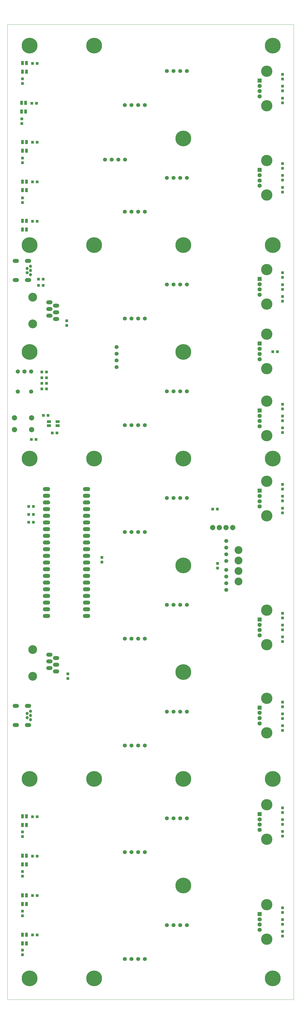
<source format=gbr>
%FSLAX33Y33*%
%MOMM*%
G04 EasyPC Gerber Version 16.0.6 Build 3249 *
%ADD22O,2.40000X1.50000*%
%ADD150O,2.80000X1.50000*%
%ADD15R,1.00000X1.10000*%
%ADD153R,1.00000X1.60000*%
%ADD16R,1.60000X1.60000*%
%ADD73C,0.12000*%
%ADD21C,1.20000*%
%ADD13C,1.50000*%
%ADD17C,1.60000*%
%ADD151C,2.00000*%
%ADD19C,3.00000*%
%ADD152C,3.35000*%
%ADD14R,1.10000X1.00000*%
%ADD154R,1.60000X1.00000*%
%ADD18C,4.30000*%
%ADD24C,6.00000*%
X0Y0D02*
D02*
D13*
X62140Y339400D03*
X64680D03*
X66600Y260490D03*
Y263030D03*
Y265570D03*
Y268110D03*
X67220Y339400D03*
X69690Y35400D03*
Y76000D03*
Y116600D03*
Y157200D03*
Y197800D03*
Y238400D03*
Y279000D03*
Y319600D03*
Y360200D03*
X69760Y339400D03*
X72230Y35400D03*
Y76000D03*
Y116600D03*
Y157200D03*
Y197800D03*
Y238400D03*
Y279000D03*
Y319600D03*
Y360200D03*
X74770Y35400D03*
Y76000D03*
Y116600D03*
Y157200D03*
Y197800D03*
Y238400D03*
Y279000D03*
Y319600D03*
Y360200D03*
X77310Y35400D03*
Y76000D03*
Y116600D03*
Y157200D03*
Y197800D03*
Y238400D03*
Y279000D03*
Y319600D03*
Y360200D03*
X85690Y48300D03*
Y88900D03*
Y129500D03*
Y170100D03*
Y210700D03*
Y251300D03*
Y291900D03*
Y332500D03*
Y373100D03*
X88230Y48300D03*
Y88900D03*
Y129500D03*
Y170100D03*
Y210700D03*
Y251300D03*
Y291900D03*
Y332500D03*
Y373100D03*
X90770Y48300D03*
Y88900D03*
Y129500D03*
Y170100D03*
Y210700D03*
Y251300D03*
Y291900D03*
Y332500D03*
Y373100D03*
X93310Y48300D03*
Y88900D03*
Y129500D03*
Y170100D03*
Y210700D03*
Y251300D03*
Y291900D03*
Y332500D03*
Y373100D03*
X108300Y186790D03*
Y189330D03*
Y191870D03*
Y194410D03*
X108350Y175790D03*
Y178330D03*
Y180870D03*
Y183410D03*
D02*
D14*
X33111Y201500D03*
Y204500D03*
Y207500D03*
X34111Y233000D03*
X34311Y360875D03*
X34611Y44500D03*
Y59500D03*
Y74500D03*
Y89500D03*
Y316000D03*
Y331000D03*
Y346000D03*
Y376000D03*
X34889Y201500D03*
Y204500D03*
Y207500D03*
X35889Y233000D03*
X36089Y360875D03*
X36389Y44500D03*
Y59500D03*
Y74500D03*
Y89500D03*
Y316000D03*
Y331000D03*
Y346000D03*
Y376000D03*
X36861Y291625D03*
Y294000D03*
X38161Y252250D03*
Y254375D03*
Y256500D03*
Y258625D03*
X38639Y291625D03*
Y294000D03*
X38736Y242125D03*
X39939Y252250D03*
Y254375D03*
Y256500D03*
Y258625D03*
X40514Y242125D03*
X42111Y235500D03*
X43889D03*
X103111Y206500D03*
X104889D03*
X125986Y266375D03*
X127764D03*
D02*
D15*
X30500Y353111D03*
Y354889D03*
X30750Y36986D03*
Y38764D03*
Y51861D03*
Y53639D03*
Y66861D03*
Y68639D03*
Y81986D03*
Y83764D03*
Y323111D03*
Y324889D03*
Y338236D03*
Y340014D03*
Y368361D03*
Y370139D03*
X47625Y276361D03*
Y278139D03*
X48000Y142111D03*
Y143889D03*
X61000Y186361D03*
Y188139D03*
X105000Y184111D03*
Y185889D03*
X129750Y44111D03*
Y45889D03*
Y48611D03*
Y50389D03*
Y53111D03*
Y54889D03*
Y82111D03*
Y83889D03*
Y86611D03*
Y88389D03*
Y91111D03*
Y92889D03*
Y122361D03*
Y124139D03*
Y126861D03*
Y128639D03*
Y131361D03*
Y133139D03*
Y156111D03*
Y157889D03*
Y160611D03*
Y162389D03*
Y165111D03*
Y166889D03*
Y205111D03*
Y206889D03*
Y209611D03*
Y211389D03*
Y214111D03*
Y215889D03*
Y235611D03*
Y237389D03*
Y240111D03*
Y241889D03*
Y244611D03*
Y246389D03*
Y285611D03*
Y287389D03*
Y290111D03*
Y291889D03*
Y294611D03*
Y296389D03*
Y327111D03*
Y328889D03*
Y331611D03*
Y333389D03*
Y336111D03*
Y337889D03*
Y361061D03*
Y362839D03*
Y365561D03*
Y367339D03*
Y370061D03*
Y371839D03*
D02*
D16*
X121032Y52500D03*
Y90500D03*
Y131000D03*
Y164500D03*
Y213500D03*
Y244000D03*
Y269500D03*
Y294050D03*
Y335500D03*
Y369500D03*
D02*
D17*
X28960Y251190D03*
Y258810D03*
X31500D03*
X34040Y251190D03*
Y258810D03*
X121032Y46500D03*
Y48500D03*
Y50500D03*
Y84500D03*
Y86500D03*
Y88500D03*
Y125000D03*
Y127000D03*
Y129000D03*
Y158500D03*
Y160500D03*
Y162500D03*
Y207500D03*
Y209500D03*
Y211500D03*
Y238000D03*
Y240000D03*
Y242000D03*
Y263500D03*
Y265500D03*
Y267500D03*
Y288050D03*
Y290050D03*
Y292050D03*
Y329500D03*
Y331500D03*
Y333500D03*
Y363500D03*
Y365500D03*
Y367500D03*
D02*
D18*
X123724Y42934D03*
Y56066D03*
Y80934D03*
Y94066D03*
Y121434D03*
Y134566D03*
Y154934D03*
Y168066D03*
Y203934D03*
Y217066D03*
Y234434D03*
Y247566D03*
Y259934D03*
Y273066D03*
Y284484D03*
Y297616D03*
Y325934D03*
Y339066D03*
Y359934D03*
Y373066D03*
D02*
D19*
X113000Y179010D03*
Y182970D03*
Y186930D03*
Y190890D03*
D02*
D21*
X32575Y127200D03*
Y128800D03*
Y296450D03*
Y298050D03*
X33775Y126400D03*
Y128000D03*
Y129600D03*
Y295650D03*
Y297250D03*
Y298850D03*
D02*
D22*
X28225Y124350D03*
Y131650D03*
Y293600D03*
Y300900D03*
X32875Y124350D03*
Y131650D03*
Y293600D03*
Y300900D03*
X41000Y146095D03*
Y148635D03*
Y151175D03*
Y280095D03*
Y282635D03*
Y285175D03*
X43540Y144825D03*
Y147365D03*
Y149905D03*
Y278825D03*
Y281365D03*
Y283905D03*
D02*
D24*
X33500Y28000D03*
Y103900D03*
Y225700D03*
Y266300D03*
Y306900D03*
Y382800D03*
X58000Y28000D03*
Y103900D03*
Y225700D03*
Y306900D03*
Y382800D03*
X92000Y63300D03*
Y103900D03*
Y144500D03*
Y185100D03*
Y225700D03*
Y266300D03*
Y306900D03*
Y347500D03*
X126000Y28000D03*
Y103900D03*
Y225700D03*
Y306900D03*
Y382800D03*
D02*
D73*
X25000Y20008D02*
X134000D01*
Y390808*
X25000*
Y20008*
D02*
D150*
X39880Y165870D03*
Y168410D03*
Y170950D03*
Y173490D03*
Y176030D03*
Y178570D03*
Y181110D03*
Y183650D03*
Y186190D03*
Y188730D03*
Y191270D03*
Y193810D03*
Y196350D03*
Y198890D03*
Y201430D03*
Y203970D03*
Y206510D03*
Y209050D03*
Y211590D03*
Y214130D03*
X55120Y165870D03*
Y168410D03*
Y170950D03*
Y173490D03*
Y176030D03*
Y178570D03*
Y181110D03*
Y183650D03*
Y186190D03*
Y188730D03*
Y191270D03*
Y193810D03*
Y196350D03*
Y198890D03*
Y201430D03*
Y203970D03*
Y206510D03*
Y209050D03*
Y211590D03*
Y214130D03*
D02*
D151*
X27750Y236750D03*
Y241250D03*
X34250Y236750D03*
Y241250D03*
X103190Y199500D03*
X105730D03*
X108270D03*
X110810D03*
D02*
D152*
X34650Y142920D03*
Y153080D03*
Y276920D03*
Y287080D03*
D02*
D153*
X30450Y357725D03*
Y361020D03*
X30750Y41350D03*
Y44645D03*
Y56350D03*
Y59645D03*
Y71350D03*
Y74645D03*
Y86350D03*
Y89645D03*
Y342850D03*
Y346145D03*
Y372850D03*
Y376145D03*
X30800Y312850D03*
Y316145D03*
Y327800D03*
Y331095D03*
X31950Y357725D03*
Y361020D03*
X32250Y41350D03*
Y44645D03*
Y56350D03*
Y59645D03*
Y71350D03*
Y74645D03*
Y86350D03*
Y89645D03*
Y342850D03*
Y346145D03*
Y372850D03*
Y376145D03*
X32300Y312850D03*
Y316145D03*
Y327800D03*
Y331095D03*
D02*
D154*
X40850Y238250D03*
Y239750D03*
X44145Y238250D03*
Y239750D03*
X0Y0D02*
M02*

</source>
